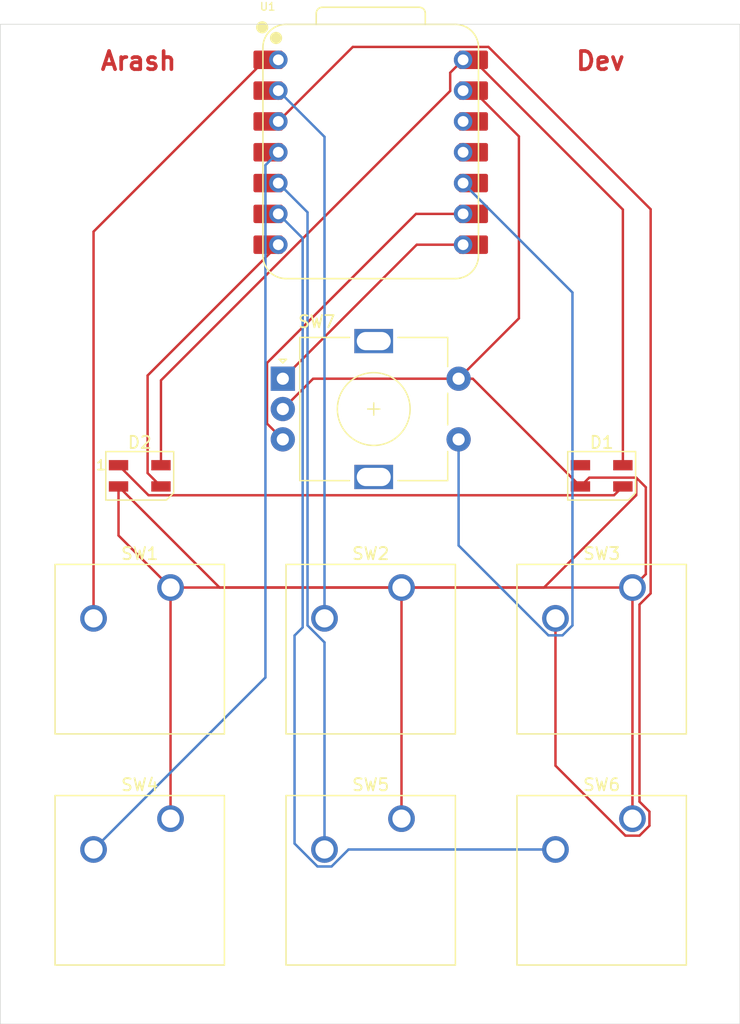
<source format=kicad_pcb>
(kicad_pcb (version 20241229) (generator "pcbnew") (generator_version "9.0")
  (layers (0 "F.Cu" signal) (2 "B.Cu" signal) (13 "F.Paste" user) (15 "B.Paste" user) (5 "F.SilkS" user "F.Silkscreen") (7 "B.SilkS" user "B.Silkscreen") (1 "F.Mask" user) (3 "B.Mask" user) (25 "Edge.Cuts" user))
  (net 0 "")
  (net 2 "+5V")
  (net 3 "Net-(D1-DIN)")
  (net 4 "GND")
  (net 5 "Net-(D2-DIN)")
  (net 6 "Net-(U1-GPIO1{slash}RX)")
  (net 7 "Net-(U1-GPIO2{slash}SCK)")
  (net 8 "Net-(U1-GPIO4{slash}MISO)")
  (net 9 "Net-(U1-GPIO26{slash}ADC0{slash}A0)")
  (net 10 "Net-(U1-GPIO27{slash}ADC1{slash}A1)")
  (net 11 "Net-(U1-GPIO28{slash}ADC2{slash}A2)")
  (net 13 "Net-(U1-GPIO29{slash}ADC3{slash}A3)")
  (net 14 "Net-(U1-GPIO6{slash}SDA)")
  (net 15 "Net-(U1-GPIO7{slash}SCL)")
  (footprint "Button_Switch_Keyboard:SW_Cherry_MX_1.00u_PCB" (layer "F.Cu") (at 76.04125 83.02625)
    (property "Reference" "SW1" (at -2.54 -2.794 0) (layer "F.SilkS"))
    (property "Value" "SW_Push")
    (fp_line (start -9.525 -1.905) (end 4.445 -1.905) (stroke (width 0.12)) (layer "F.SilkS"))
    (fp_line (start -9.525 12.065) (end -9.525 -1.905) (stroke (width 0.12)) (layer "F.SilkS"))
    (fp_line (start 4.445 -1.905) (end 4.445 12.065) (stroke (width 0.12)) (layer "F.SilkS"))
    (fp_line (start 4.445 12.065) (end -9.525 12.065) (stroke (width 0.12)) (layer "F.SilkS"))
    (pad "" np_thru_hole circle (at -7.62 5.08) (size 1.7 1.7) (drill 1.7) (layers "*.Cu" "*.Mask"))
    (pad "" np_thru_hole circle (at -2.54 5.08) (size 4 4) (drill 4) (layers "*.Cu" "*.Mask"))
    (pad "" np_thru_hole circle (at 2.54 5.08) (size 1.7 1.7) (drill 1.7) (layers "*.Cu" "*.Mask"))
    (pad "1" thru_hole circle (at 0 0) (size 2.2 2.2) (drill 1.5) (layers "*.Cu" "*.Mask") (net 4 "GND"))
    (pad "2" thru_hole circle (at -6.35 2.54) (size 2.2 2.2) (drill 1.5) (layers "*.Cu" "*.Mask") (net 9 "Net-(U1-GPIO26{slash}ADC0{slash}A0)"))
  )
  (footprint "encodder:RotaryEncoder_Alps_EC11E-Switch_Vertical_H20mm" (layer "F.Cu") (at 85.30125 65.81375)
    (property "Reference" "SW7" (at 2.8 -4.7 0) (layer "F.SilkS"))
    (property "Value" "RotaryEncoder_Switch")
    (fp_line (start -0.3 -1.6) (end 0.3 -1.6) (stroke (width 0.12)) (layer "F.SilkS"))
    (fp_line (start 0 -1.3) (end -0.3 -1.6) (stroke (width 0.12)) (layer "F.SilkS"))
    (fp_line (start 0.3 -1.6) (end 0 -1.3) (stroke (width 0.12)) (layer "F.SilkS"))
    (fp_line (start 1.4 -3.4) (end 1.4 8.4) (stroke (width 0.12)) (layer "F.SilkS"))
    (fp_line (start 5.5 -3.4) (end 1.4 -3.4) (stroke (width 0.12)) (layer "F.SilkS"))
    (fp_line (start 5.5 8.4) (end 1.4 8.4) (stroke (width 0.12)) (layer "F.SilkS"))
    (fp_line (start 7 2.5) (end 8 2.5) (stroke (width 0.12)) (layer "F.SilkS"))
    (fp_line (start 7.5 2) (end 7.5 3) (stroke (width 0.12)) (layer "F.SilkS"))
    (fp_line (start 9.5 -3.4) (end 13.6 -3.4) (stroke (width 0.12)) (layer "F.SilkS"))
    (fp_line (start 13.6 -3.4) (end 13.6 -1) (stroke (width 0.12)) (layer "F.SilkS"))
    (fp_line (start 13.6 1.2) (end 13.6 3.8) (stroke (width 0.12)) (layer "F.SilkS"))
    (fp_line (start 13.6 6) (end 13.6 8.4) (stroke (width 0.12)) (layer "F.SilkS"))
    (fp_line (start 13.6 8.4) (end 9.5 8.4) (stroke (width 0.12)) (layer "F.SilkS"))
    (fp_circle (center 7.5 2.5) (end 10.5 2.5) (stroke (width 0.12)) (fill no) (layer "F.SilkS"))
    (pad "A" thru_hole rect (at 0 0) (size 2 2) (drill 1) (layers "*.Cu" "*.Mask") (net 6 "Net-(U1-GPIO1{slash}RX)"))
    (pad "B" thru_hole circle (at 0 5) (size 2 2) (drill 1) (layers "*.Cu" "*.Mask") (net 7 "Net-(U1-GPIO2{slash}SCK)"))
    (pad "C" thru_hole circle (at 0 2.5) (size 2 2) (drill 1) (layers "*.Cu" "*.Mask") (net 4 "GND"))
    (pad "MP" thru_hole rect (at 7.5 -3.1) (size 3.2 2) (drill oval 2.8 1.5) (layers "*.Cu" "*.Mask"))
    (pad "MP" thru_hole rect (at 7.5 8.1) (size 3.2 2) (drill oval 2.8 1.5) (layers "*.Cu" "*.Mask"))
    (pad "S1" thru_hole circle (at 14.5 5) (size 2 2) (drill 1) (layers "*.Cu" "*.Mask") (net 8 "Net-(U1-GPIO4{slash}MISO)"))
    (pad "S2" thru_hole circle (at 14.5 0) (size 2 2) (drill 1) (layers "*.Cu" "*.Mask") (net 4 "GND"))
  )
  (footprint "Button_Switch_Keyboard:SW_Cherry_MX_1.00u_PCB" (layer "F.Cu") (at 95.09125 83.02625)
    (property "Reference" "SW2" (at -2.54 -2.794 0) (layer "F.SilkS"))
    (property "Value" "SW_Push")
    (fp_line (start -9.525 -1.905) (end 4.445 -1.905) (stroke (width 0.12)) (layer "F.SilkS"))
    (fp_line (start -9.525 12.065) (end -9.525 -1.905) (stroke (width 0.12)) (layer "F.SilkS"))
    (fp_line (start 4.445 -1.905) (end 4.445 12.065) (stroke (width 0.12)) (layer "F.SilkS"))
    (fp_line (start 4.445 12.065) (end -9.525 12.065) (stroke (width 0.12)) (layer "F.SilkS"))
    (pad "" np_thru_hole circle (at -7.62 5.08) (size 1.7 1.7) (drill 1.7) (layers "*.Cu" "*.Mask"))
    (pad "" np_thru_hole circle (at -2.54 5.08) (size 4 4) (drill 4) (layers "*.Cu" "*.Mask"))
    (pad "" np_thru_hole circle (at 2.54 5.08) (size 1.7 1.7) (drill 1.7) (layers "*.Cu" "*.Mask"))
    (pad "1" thru_hole circle (at 0 0) (size 2.2 2.2) (drill 1.5) (layers "*.Cu" "*.Mask") (net 4 "GND"))
    (pad "2" thru_hole circle (at -6.35 2.54) (size 2.2 2.2) (drill 1.5) (layers "*.Cu" "*.Mask") (net 10 "Net-(U1-GPIO27{slash}ADC1{slash}A1)"))
  )
  (footprint "Button_Switch_Keyboard:SW_Cherry_MX_1.00u_PCB" (layer "F.Cu") (at 114.14125 102.07625)
    (property "Reference" "SW6" (at -2.54 -2.794 0) (layer "F.SilkS"))
    (property "Value" "SW_Push")
    (fp_line (start -9.525 -1.905) (end 4.445 -1.905) (stroke (width 0.12)) (layer "F.SilkS"))
    (fp_line (start -9.525 12.065) (end -9.525 -1.905) (stroke (width 0.12)) (layer "F.SilkS"))
    (fp_line (start 4.445 -1.905) (end 4.445 12.065) (stroke (width 0.12)) (layer "F.SilkS"))
    (fp_line (start 4.445 12.065) (end -9.525 12.065) (stroke (width 0.12)) (layer "F.SilkS"))
    (pad "" np_thru_hole circle (at -7.62 5.08) (size 1.7 1.7) (drill 1.7) (layers "*.Cu" "*.Mask"))
    (pad "" np_thru_hole circle (at -2.54 5.08) (size 4 4) (drill 4) (layers "*.Cu" "*.Mask"))
    (pad "" np_thru_hole circle (at 2.54 5.08) (size 1.7 1.7) (drill 1.7) (layers "*.Cu" "*.Mask"))
    (pad "1" thru_hole circle (at 0 0) (size 2.2 2.2) (drill 1.5) (layers "*.Cu" "*.Mask") (net 4 "GND"))
    (pad "2" thru_hole circle (at -6.35 2.54) (size 2.2 2.2) (drill 1.5) (layers "*.Cu" "*.Mask") (net 15 "Net-(U1-GPIO7{slash}SCL)"))
  )
  (footprint "OPL:XIAO-RP2040-DIP" (layer "F.Cu") (at 92.55125 47.14875)
    (property "Reference" "U1" (at -8.5 -12 0) (layer "F.SilkS") (effects (font (size 0.635 0.635) (thickness 0.1016))))
    (property "Value" "XIAO-RP2040-DIP")
    (fp_line (start -8.89 8.509) (end -8.89 -8.636) (stroke (width 0.127)) (layer "F.SilkS"))
    (fp_line (start -6.985 10.414) (end 6.985 10.414) (stroke (width 0.127)) (layer "F.SilkS"))
    (fp_line (start -4.495 -10.541) (end -4.491272 -11.451272) (stroke (width 0.127)) (layer "F.SilkS"))
    (fp_line (start -3.991272 -11.951) (end 4.004 -11.951) (stroke (width 0.127)) (layer "F.SilkS"))
    (fp_line (start 4.504 -11.451) (end 4.504 -10.541) (stroke (width 0.127)) (layer "F.SilkS"))
    (fp_line (start 6.985 -10.541) (end -6.985 -10.541) (stroke (width 0.1)) (layer "F.SilkS"))
    (fp_line (start 6.985 -10.541) (end -6.985 -10.541) (stroke (width 0.127)) (layer "F.SilkS"))
    (fp_line (start 8.89 8.509) (end 8.89 -8.636) (stroke (width 0.127)) (layer "F.SilkS"))
    (fp_arc (start -8.89 -8.636) (mid -8.332038 -9.983038) (end -6.985 -10.541) (stroke (width 0.127)) (layer "F.SilkS"))
    (fp_arc (start -6.985 10.414) (mid -8.332038 9.856038) (end -8.89 8.509) (stroke (width 0.127)) (layer "F.SilkS"))
    (fp_arc (start -4.491272 -11.451272) (mid -4.344728 -11.80464) (end -3.991272 -11.951) (stroke (width 0.127)) (layer "F.SilkS"))
    (fp_arc (start 4.004 -11.951) (mid 4.357553 -11.804553) (end 4.504 -11.451) (stroke (width 0.127)) (layer "F.SilkS"))
    (fp_arc (start 6.985 -10.541) (mid 8.332038 -9.983038) (end 8.89 -8.636) (stroke (width 0.127)) (layer "F.SilkS"))
    (fp_arc (start 8.89 8.509) (mid 8.332038 9.856038) (end 6.985 10.414) (stroke (width 0.127)) (layer "F.SilkS"))
    (fp_circle (center -8.95 -10.3) (end -8.95 -10.554) (stroke (width 0.5)) (fill yes) (layer "F.SilkS"))
    (fp_circle (center -7.807 -9.42) (end -7.807 -9.674) (stroke (width 0.5)) (fill yes) (layer "F.SilkS"))
    (pad "1" smd roundrect (at -8.455 -7.62 180) (size 2.432 1.524) (layers "F.Cu" "F.Mask") (roundrect_rratio 0.1) (net 9 "Net-(U1-GPIO26{slash}ADC0{slash}A0)"))
    (pad "1" thru_hole circle (at -7.62 -7.62 180) (size 1.524 1.524) (drill 0.889) (layers "*.Cu" "*.Mask") (net 9 "Net-(U1-GPIO26{slash}ADC0{slash}A0)"))
    (pad "2" smd roundrect (at -8.455 -5.08 180) (size 2.432 1.524) (layers "F.Cu" "F.Mask") (roundrect_rratio 0.1) (net 10 "Net-(U1-GPIO27{slash}ADC1{slash}A1)"))
    (pad "2" thru_hole circle (at -7.62 -5.08 180) (size 1.524 1.524) (drill 0.889) (layers "*.Cu" "*.Mask") (net 10 "Net-(U1-GPIO27{slash}ADC1{slash}A1)"))
    (pad "3" smd roundrect (at -8.455 -2.54 180) (size 2.432 1.524) (layers "F.Cu" "F.Mask") (roundrect_rratio 0.1) (net 11 "Net-(U1-GPIO28{slash}ADC2{slash}A2)"))
    (pad "3" thru_hole circle (at -7.62 -2.54 180) (size 1.524 1.524) (drill 0.889) (layers "*.Cu" "*.Mask") (net 11 "Net-(U1-GPIO28{slash}ADC2{slash}A2)"))
    (pad "4" smd roundrect (at -8.455 0 180) (size 2.432 1.524) (layers "F.Cu" "F.Mask") (roundrect_rratio 0.1) (net 13 "Net-(U1-GPIO29{slash}ADC3{slash}A3)"))
    (pad "4" thru_hole circle (at -7.62 0 180) (size 1.524 1.524) (drill 0.889) (layers "*.Cu" "*.Mask") (net 13 "Net-(U1-GPIO29{slash}ADC3{slash}A3)"))
    (pad "5" smd roundrect (at -8.455 2.54 180) (size 2.432 1.524) (layers "F.Cu" "F.Mask") (roundrect_rratio 0.1) (net 14 "Net-(U1-GPIO6{slash}SDA)"))
    (pad "5" thru_hole circle (at -7.62 2.54 180) (size 1.524 1.524) (drill 0.889) (layers "*.Cu" "*.Mask") (net 14 "Net-(U1-GPIO6{slash}SDA)"))
    (pad "6" smd roundrect (at -8.455 5.08 180) (size 2.432 1.524) (layers "F.Cu" "F.Mask") (roundrect_rratio 0.1) (net 15 "Net-(U1-GPIO7{slash}SCL)"))
    (pad "6" thru_hole circle (at -7.62 5.08 180) (size 1.524 1.524) (drill 0.889) (layers "*.Cu" "*.Mask") (net 15 "Net-(U1-GPIO7{slash}SCL)"))
    (pad "7" smd roundrect (at -8.455 7.62 180) (size 2.432 1.524) (layers "F.Cu" "F.Mask") (roundrect_rratio 0.1) (net 5 "Net-(D2-DIN)"))
    (pad "7" thru_hole circle (at -7.62 7.62 180) (size 1.524 1.524) (drill 0.889) (layers "*.Cu" "*.Mask") (net 5 "Net-(D2-DIN)"))
    (pad "8" thru_hole circle (at 7.62 7.62) (size 1.524 1.524) (drill 0.889) (layers "*.Cu" "*.Mask") (net 6 "Net-(U1-GPIO1{slash}RX)"))
    (pad "8" smd roundrect (at 8.455 7.62) (size 2.432 1.524) (layers "F.Cu" "F.Mask") (roundrect_rratio 0.1) (net 6 "Net-(U1-GPIO1{slash}RX)"))
    (pad "9" thru_hole circle (at 7.62 5.08) (size 1.524 1.524) (drill 0.889) (layers "*.Cu" "*.Mask") (net 7 "Net-(U1-GPIO2{slash}SCK)"))
    (pad "9" smd roundrect (at 8.455 5.08) (size 2.432 1.524) (layers "F.Cu" "F.Mask") (roundrect_rratio 0.1) (net 7 "Net-(U1-GPIO2{slash}SCK)"))
    (pad "10" thru_hole circle (at 7.62 2.54) (size 1.524 1.524) (drill 0.889) (layers "*.Cu" "*.Mask") (net 8 "Net-(U1-GPIO4{slash}MISO)"))
    (pad "10" smd roundrect (at 8.455 2.54) (size 2.432 1.524) (layers "F.Cu" "F.Mask") (roundrect_rratio 0.1) (net 8 "Net-(U1-GPIO4{slash}MISO)"))
    (pad "11" thru_hole circle (at 7.62 0) (size 1.524 1.524) (drill 0.889) (layers "*.Cu" "*.Mask"))
    (pad "11" smd roundrect (at 8.455 0) (size 2.432 1.524) (layers "F.Cu" "F.Mask") (roundrect_rratio 0.1))
    (pad "12" thru_hole circle (at 7.62 -2.54) (size 1.524 1.524) (drill 0.889) (layers "*.Cu" "*.Mask"))
    (pad "12" smd roundrect (at 8.455 -2.54) (size 2.432 1.524) (layers "F.Cu" "F.Mask") (roundrect_rratio 0.1))
    (pad "13" thru_hole circle (at 7.62 -5.08) (size 1.524 1.524) (drill 0.889) (layers "*.Cu" "*.Mask") (net 4 "GND"))
    (pad "13" smd roundrect (at 8.455 -5.08) (size 2.432 1.524) (layers "F.Cu" "F.Mask") (roundrect_rratio 0.1) (net 4 "GND"))
    (pad "14" thru_hole circle (at 7.62 -7.62) (size 1.524 1.524) (drill 0.889) (layers "*.Cu" "*.Mask") (net 2 "+5V"))
    (pad "14" smd roundrect (at 8.455 -7.62) (size 2.432 1.524) (layers "F.Cu" "F.Mask") (roundrect_rratio 0.1) (net 2 "+5V"))
  )
  (footprint "LED_SMD:LED_SK6812MINI_PLCC4_3.5x3.5mm_P1.75mm" (layer "F.Cu") (at 73.50125 73.81875)
    (property "Reference" "D2" (at 0 -2.75 0) (layer "F.SilkS"))
    (property "Value" "SK6812MINI")
    (fp_line (start -2.8 -2) (end -2.8 2) (stroke (width 0.12)) (layer "F.SilkS"))
    (fp_line (start -2.8 -2) (end 2.8 -2) (stroke (width 0.12)) (layer "F.SilkS"))
    (fp_line (start -2.8 2) (end 2.2 2) (stroke (width 0.12)) (layer "F.SilkS"))
    (fp_line (start 2.8 1.4) (end 2.2 2) (stroke (width 0.12)) (layer "F.SilkS"))
    (fp_line (start 2.8 1.4) (end 2.8 -2) (stroke (width 0.12)) (layer "F.SilkS"))
    (fp_text user "1" (at -3.2 -0.875 0) (layer "F.SilkS") (effects (font (size 0.8 0.8))))
    (pad "1" smd rect (at -1.75 -0.875) (size 1.6 0.85) (layers "F.Cu" "F.Mask" "F.Paste") (net 3 "Net-(D1-DIN)"))
    (pad "2" smd rect (at -1.75 0.875) (size 1.6 0.85) (layers "F.Cu" "F.Mask" "F.Paste") (net 4 "GND"))
    (pad "3" smd rect (at 1.75 0.875) (size 1.6 0.85) (layers "F.Cu" "F.Mask" "F.Paste") (net 5 "Net-(D2-DIN)"))
    (pad "4" smd rect (at 1.75 -0.875) (size 1.6 0.85) (layers "F.Cu" "F.Mask" "F.Paste") (net 2 "+5V"))
  )
  (footprint "Button_Switch_Keyboard:SW_Cherry_MX_1.00u_PCB" (layer "F.Cu") (at 95.09125 102.07625)
    (property "Reference" "SW5" (at -2.54 -2.794 0) (layer "F.SilkS"))
    (property "Value" "SW_Push")
    (fp_line (start -9.525 -1.905) (end 4.445 -1.905) (stroke (width 0.12)) (layer "F.SilkS"))
    (fp_line (start -9.525 12.065) (end -9.525 -1.905) (stroke (width 0.12)) (layer "F.SilkS"))
    (fp_line (start 4.445 -1.905) (end 4.445 12.065) (stroke (width 0.12)) (layer "F.SilkS"))
    (fp_line (start 4.445 12.065) (end -9.525 12.065) (stroke (width 0.12)) (layer "F.SilkS"))
    (pad "" np_thru_hole circle (at -7.62 5.08) (size 1.7 1.7) (drill 1.7) (layers "*.Cu" "*.Mask"))
    (pad "" np_thru_hole circle (at -2.54 5.08) (size 4 4) (drill 4) (layers "*.Cu" "*.Mask"))
    (pad "" np_thru_hole circle (at 2.54 5.08) (size 1.7 1.7) (drill 1.7) (layers "*.Cu" "*.Mask"))
    (pad "1" thru_hole circle (at 0 0) (size 2.2 2.2) (drill 1.5) (layers "*.Cu" "*.Mask") (net 4 "GND"))
    (pad "2" thru_hole circle (at -6.35 2.54) (size 2.2 2.2) (drill 1.5) (layers "*.Cu" "*.Mask") (net 14 "Net-(U1-GPIO6{slash}SDA)"))
  )
  (footprint "Button_Switch_Keyboard:SW_Cherry_MX_1.00u_PCB" (layer "F.Cu") (at 76.04125 102.07625)
    (property "Reference" "SW4" (at -2.54 -2.794 0) (layer "F.SilkS"))
    (property "Value" "SW_Push")
    (fp_line (start -9.525 -1.905) (end 4.445 -1.905) (stroke (width 0.12)) (layer "F.SilkS"))
    (fp_line (start -9.525 12.065) (end -9.525 -1.905) (stroke (width 0.12)) (layer "F.SilkS"))
    (fp_line (start 4.445 -1.905) (end 4.445 12.065) (stroke (width 0.12)) (layer "F.SilkS"))
    (fp_line (start 4.445 12.065) (end -9.525 12.065) (stroke (width 0.12)) (layer "F.SilkS"))
    (pad "" np_thru_hole circle (at -7.62 5.08) (size 1.7 1.7) (drill 1.7) (layers "*.Cu" "*.Mask"))
    (pad "" np_thru_hole circle (at -2.54 5.08) (size 4 4) (drill 4) (layers "*.Cu" "*.Mask"))
    (pad "" np_thru_hole circle (at 2.54 5.08) (size 1.7 1.7) (drill 1.7) (layers "*.Cu" "*.Mask"))
    (pad "1" thru_hole circle (at 0 0) (size 2.2 2.2) (drill 1.5) (layers "*.Cu" "*.Mask") (net 4 "GND"))
    (pad "2" thru_hole circle (at -6.35 2.54) (size 2.2 2.2) (drill 1.5) (layers "*.Cu" "*.Mask") (net 13 "Net-(U1-GPIO29{slash}ADC3{slash}A3)"))
  )
  (footprint "LED_SMD:LED_SK6812MINI_PLCC4_3.5x3.5mm_P1.75mm" (layer "F.Cu") (at 111.60125 73.81875)
    (property "Reference" "D1" (at 0 -2.75 0) (layer "F.SilkS"))
    (property "Value" "SK6812MINI")
    (fp_line (start -2.8 -2) (end -2.8 2) (stroke (width 0.12)) (layer "F.SilkS"))
    (fp_line (start -2.8 -2) (end 2.8 -2) (stroke (width 0.12)) (layer "F.SilkS"))
    (fp_line (start -2.8 2) (end 2.2 2) (stroke (width 0.12)) (layer "F.SilkS"))
    (fp_line (start 2.8 1.4) (end 2.2 2) (stroke (width 0.12)) (layer "F.SilkS"))
    (fp_line (start 2.8 1.4) (end 2.8 -2) (stroke (width 0.12)) (layer "F.SilkS"))
    (pad "1" smd rect (at -1.75 -0.875) (size 1.6 0.85) (layers "F.Cu" "F.Mask" "F.Paste"))
    (pad "2" smd rect (at -1.75 0.875) (size 1.6 0.85) (layers "F.Cu" "F.Mask" "F.Paste") (net 4 "GND"))
    (pad "3" smd rect (at 1.75 0.875) (size 1.6 0.85) (layers "F.Cu" "F.Mask" "F.Paste") (net 3 "Net-(D1-DIN)"))
    (pad "4" smd rect (at 1.75 -0.875) (size 1.6 0.85) (layers "F.Cu" "F.Mask" "F.Paste") (net 2 "+5V"))
  )
  (footprint "Button_Switch_Keyboard:SW_Cherry_MX_1.00u_PCB" (layer "F.Cu") (at 114.14125 83.02625)
    (property "Reference" "SW3" (at -2.54 -2.794 0) (layer "F.SilkS"))
    (property "Value" "SW_Push")
    (fp_line (start -9.525 -1.905) (end 4.445 -1.905) (stroke (width 0.12)) (layer "F.SilkS"))
    (fp_line (start -9.525 12.065) (end -9.525 -1.905) (stroke (width 0.12)) (layer "F.SilkS"))
    (fp_line (start 4.445 -1.905) (end 4.445 12.065) (stroke (width 0.12)) (layer "F.SilkS"))
    (fp_line (start 4.445 12.065) (end -9.525 12.065) (stroke (width 0.12)) (layer "F.SilkS"))
    (pad "" np_thru_hole circle (at -7.62 5.08) (size 1.7 1.7) (drill 1.7) (layers "*.Cu" "*.Mask"))
    (pad "" np_thru_hole circle (at -2.54 5.08) (size 4 4) (drill 4) (layers "*.Cu" "*.Mask"))
    (pad "" np_thru_hole circle (at 2.54 5.08) (size 1.7 1.7) (drill 1.7) (layers "*.Cu" "*.Mask"))
    (pad "1" thru_hole circle (at 0 0) (size 2.2 2.2) (drill 1.5) (layers "*.Cu" "*.Mask") (net 4 "GND"))
    (pad "2" thru_hole circle (at -6.35 2.54) (size 2.2 2.2) (drill 1.5) (layers "*.Cu" "*.Mask") (net 11 "Net-(U1-GPIO28{slash}ADC2{slash}A2)"))
  )
  (gr_rect (start 62 36.6) (end 123 119) (stroke (width 0.05)) (fill no) (layer "Edge.Cuts"))
  (gr_text "Dev" (at 109.336965 40.5 0) (layer "F.Cu") (effects (font (size 1.5 1.5) (thickness 0.3) (bold yes)) (justify left bottom)))
  (gr_text "Arash" (at 70.129822 40.5 0) (layer "F.Cu") (effects (font (size 1.5 1.5) (thickness 0.3) (bold yes)) (justify left bottom)))
  (segment (start 75.25125 65.95206) (end 99.10825 42.09506) (width 0.2) (layer "F.Cu") (net 2))
  (segment (start 99.10825 40.59175) (end 100.17125 39.52875) (width 0.2) (layer "F.Cu") (net 2))
  (segment (start 99.10825 42.09506) (end 99.10825 40.59175) (width 0.2) (layer "F.Cu") (net 2))
  (segment (start 113.35125 72.94375) (end 113.35125 51.87375) (width 0.2) (layer "F.Cu") (net 2))
  (segment (start 113.35125 51.87375) (end 101.00625 39.52875) (width 0.2) (layer "F.Cu") (net 2))
  (segment (start 75.25125 72.94375) (end 75.25125 65.95206) (width 0.2) (layer "F.Cu") (net 2))
  (segment (start 71.75125 72.94375) (end 74.22725 75.41975) (width 0.2) (layer "F.Cu") (net 3))
  (segment (start 112.62525 75.41975) (end 113.35125 74.69375) (width 0.2) (layer "F.Cu") (net 3))
  (segment (start 74.22725 75.41975) (end 112.62525 75.41975) (width 0.2) (layer "F.Cu") (net 3))
  (segment (start 114.14125 102.07625) (end 114.14125 83.02625) (width 0.2) (layer "F.Cu") (net 4))
  (segment (start 114.45225 75.41975) (end 106.84575 83.02625) (width 0.2) (layer "F.Cu") (net 4))
  (segment (start 71.75125 74.69375) (end 71.75125 78.73625) (width 0.2) (layer "F.Cu") (net 4))
  (segment (start 110.57725 73.96775) (end 114.45225 73.96775) (width 0.2) (layer "F.Cu") (net 4))
  (segment (start 99.80125 65.81375) (end 104.775 60.84) (width 0.2) (layer "F.Cu") (net 4))
  (segment (start 115.241249 74.756749) (end 115.241249 81.926251) (width 0.2) (layer "F.Cu") (net 4))
  (segment (start 76.04125 102.07625) (end 76.04125 83.02625) (width 0.2) (layer "F.Cu") (net 4))
  (segment (start 106.84575 83.02625) (end 76.04125 83.02625) (width 0.2) (layer "F.Cu") (net 4))
  (segment (start 85.30125 68.31375) (end 87.80125 65.81375) (width 0.2) (layer "F.Cu") (net 4))
  (segment (start 71.75125 78.73625) (end 76.04125 83.02625) (width 0.2) (layer "F.Cu") (net 4))
  (segment (start 104.775 60.84) (end 104.775 45.8375) (width 0.2) (layer "F.Cu") (net 4))
  (segment (start 109.85125 74.69375) (end 110.57725 73.96775) (width 0.2) (layer "F.Cu") (net 4))
  (segment (start 99.80125 65.81375) (end 100.97125 65.81375) (width 0.2) (layer "F.Cu") (net 4))
  (segment (start 115.241249 81.926251) (end 114.14125 83.02625) (width 0.2) (layer "F.Cu") (net 4))
  (segment (start 80.08375 83.02625) (end 95.09125 83.02625) (width 0.2) (layer "F.Cu") (net 4))
  (segment (start 104.775 45.8375) (end 101.00625 42.06875) (width 0.2) (layer "F.Cu") (net 4))
  (segment (start 95.09125 102.07625) (end 95.09125 83.02625) (width 0.2) (layer "F.Cu") (net 4))
  (segment (start 100.97125 65.81375) (end 109.85125 74.69375) (width 0.2) (layer "F.Cu") (net 4))
  (segment (start 114.45225 73.96775) (end 114.45225 75.41975) (width 0.2) (layer "F.Cu") (net 4))
  (segment (start 106.84575 83.02625) (end 95.09125 83.02625) (width 0.2) (layer "F.Cu") (net 4))
  (segment (start 87.80125 65.81375) (end 99.80125 65.81375) (width 0.2) (layer "F.Cu") (net 4))
  (segment (start 71.75125 74.69375) (end 80.08375 83.02625) (width 0.2) (layer "F.Cu") (net 4))
  (segment (start 114.45225 73.96775) (end 115.241249 74.756749) (width 0.2) (layer "F.Cu") (net 4))
  (segment (start 80.08375 83.02625) (end 114.14125 83.02625) (width 0.2) (layer "F.Cu") (net 4))
  (segment (start 75.25125 74.69375) (end 74.15025 73.59275) (width 0.2) (layer "F.Cu") (net 5))
  (segment (start 74.15025 65.54975) (end 84.93125 54.76875) (width 0.2) (layer "F.Cu") (net 5))
  (segment (start 74.15025 73.59275) (end 74.15025 65.54975) (width 0.2) (layer "F.Cu") (net 5))
  (segment (start 96.34625 54.76875) (end 100.17125 54.76875) (width 0.2) (layer "F.Cu") (net 6))
  (segment (start 85.30125 65.81375) (end 96.34625 54.76875) (width 0.2) (layer "F.Cu") (net 6))
  (segment (start 85.30125 70.81375) (end 84.00025 69.51275) (width 0.2) (layer "F.Cu") (net 7))
  (segment (start 84.00025 69.51275) (end 84.00025 64.51275) (width 0.2) (layer "F.Cu") (net 7))
  (segment (start 96.28425 52.22875) (end 100.17125 52.22875) (width 0.2) (layer "F.Cu") (net 7))
  (segment (start 84.00025 64.51275) (end 96.28425 52.22875) (width 0.2) (layer "F.Cu") (net 7))
  (segment (start 109.19225 58.70975) (end 100.17125 49.68875) (width 0.2) (layer "B.Cu") (net 8))
  (segment (start 108.371564 86.96725) (end 109.19225 86.146564) (width 0.2) (layer "B.Cu") (net 8))
  (segment (start 99.80125 70.81375) (end 99.80125 79.557564) (width 0.2) (layer "B.Cu") (net 8))
  (segment (start 99.80125 79.557564) (end 107.210936 86.96725) (width 0.2) (layer "B.Cu") (net 8))
  (segment (start 107.210936 86.96725) (end 108.371564 86.96725) (width 0.2) (layer "B.Cu") (net 8))
  (segment (start 109.19225 86.146564) (end 109.19225 58.70975) (width 0.2) (layer "B.Cu") (net 8))
  (segment (start 69.69125 85.56625) (end 69.69125 53.69112) (width 0.2) (layer "F.Cu") (net 9))
  (segment (start 83.85362 39.52875) (end 84.93125 39.52875) (width 0.2) (layer "F.Cu") (net 9))
  (segment (start 69.69125 53.69112) (end 83.85362 39.52875) (width 0.2) (layer "F.Cu") (net 9))
  (segment (start 88.74125 85.56625) (end 88.74125 45.87875) (width 0.2) (layer "B.Cu") (net 10))
  (segment (start 88.74125 45.87875) (end 84.93125 42.06875) (width 0.2) (layer "B.Cu") (net 10))
  (segment (start 114.721564 100.67525) (end 114.721564 84.42725) (width 0.2) (layer "F.Cu") (net 11))
  (segment (start 115.642249 51.846123) (end 102.261876 38.46575) (width 0.2) (layer "F.Cu") (net 11))
  (segment (start 107.79125 97.707564) (end 113.560936 103.47725) (width 0.2) (layer "F.Cu") (net 11))
  (segment (start 114.721564 84.42725) (end 115.642249 83.506565) (width 0.2) (layer "F.Cu") (net 11))
  (segment (start 107.79125 85.56625) (end 107.79125 97.707564) (width 0.2) (layer "F.Cu") (net 11))
  (segment (start 115.642249 83.506565) (end 115.642249 51.846123) (width 0.2) (layer "F.Cu") (net 11))
  (segment (start 115.54225 101.495936) (end 114.721564 100.67525) (width 0.2) (layer "F.Cu") (net 11))
  (segment (start 102.261876 38.46575) (end 91.07425 38.46575) (width 0.2) (layer "F.Cu") (net 11))
  (segment (start 91.07425 38.46575) (end 84.93125 44.60875) (width 0.2) (layer "F.Cu") (net 11))
  (segment (start 113.560936 103.47725) (end 114.721564 103.47725) (width 0.2) (layer "F.Cu") (net 11))
  (segment (start 114.721564 103.47725) (end 115.54225 102.656564) (width 0.2) (layer "F.Cu") (net 11))
  (segment (start 115.54225 102.656564) (end 115.54225 101.495936) (width 0.2) (layer "F.Cu") (net 11))
  (segment (start 83.86825 48.21175) (end 84.93125 47.14875) (width 0.2) (layer "B.Cu") (net 13))
  (segment (start 69.69125 104.61625) (end 83.86825 90.43925) (width 0.2) (layer "B.Cu") (net 13))
  (segment (start 83.86825 90.43925) (end 83.86825 48.21175) (width 0.2) (layer "B.Cu") (net 13))
  (segment (start 87.34025 86.146564) (end 87.34025 52.09775) (width 0.2) (layer "B.Cu") (net 14))
  (segment (start 87.34025 52.09775) (end 84.93125 49.68875) (width 0.2) (layer "B.Cu") (net 14))
  (segment (start 88.74125 104.61625) (end 88.74125 87.547564) (width 0.2) (layer "B.Cu") (net 14))
  (segment (start 88.74125 87.547564) (end 87.34025 86.146564) (width 0.2) (layer "B.Cu") (net 14))
  (segment (start 89.321564 106.01725) (end 88.160936 106.01725) (width 0.2) (layer "B.Cu") (net 15))
  (segment (start 86.93925 54.23675) (end 84.93125 52.22875) (width 0.2) (layer "B.Cu") (net 15))
  (segment (start 86.93925 86.312664) (end 86.93925 54.23675) (width 0.2) (layer "B.Cu") (net 15))
  (segment (start 107.79125 104.61625) (end 90.722564 104.61625) (width 0.2) (layer "B.Cu") (net 15))
  (segment (start 86.27025 104.126564) (end 86.27025 86.981664) (width 0.2) (layer "B.Cu") (net 15))
  (segment (start 90.722564 104.61625) (end 89.321564 106.01725) (width 0.2) (layer "B.Cu") (net 15))
  (segment (start 86.27025 86.981664) (end 86.93925 86.312664) (width 0.2) (layer "B.Cu") (net 15))
  (segment (start 88.160936 106.01725) (end 86.27025 104.126564) (width 0.2) (layer "B.Cu") (net 15))
)
</source>
